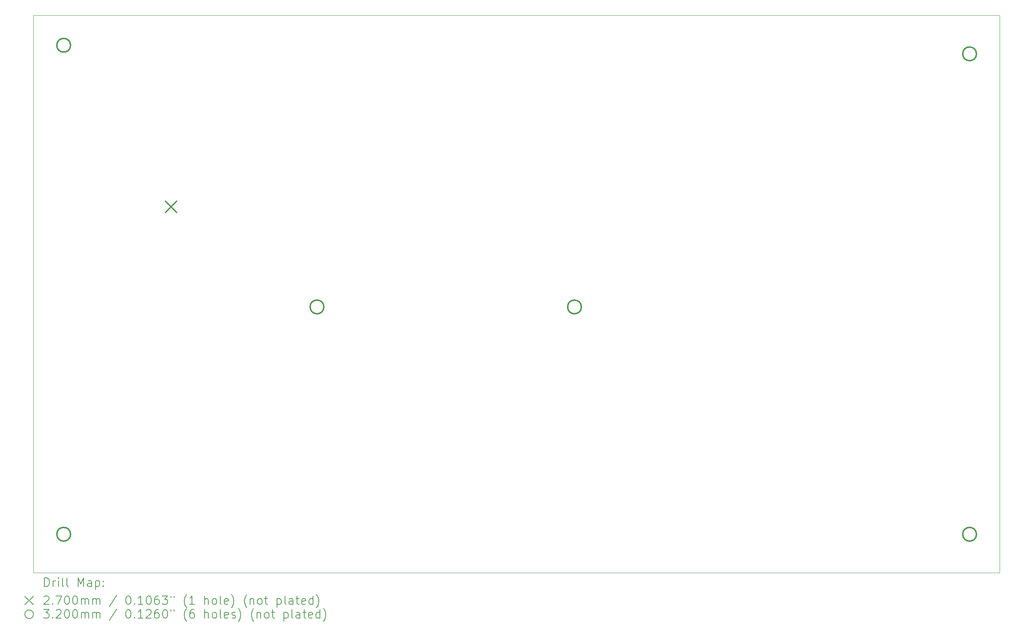
<source format=gbr>
%FSLAX45Y45*%
G04 Gerber Fmt 4.5, Leading zero omitted, Abs format (unit mm)*
G04 Created by KiCad (PCBNEW (6.0.6)) date 2023-08-29 14:34:49*
%MOMM*%
%LPD*%
G01*
G04 APERTURE LIST*
%TA.AperFunction,Profile*%
%ADD10C,0.100000*%
%TD*%
%ADD11C,0.200000*%
%ADD12C,0.270000*%
%ADD13C,0.320000*%
G04 APERTURE END LIST*
D10*
X1300000Y-15380000D02*
X23800000Y-15380000D01*
X23800000Y-2380000D02*
X23800000Y-15380000D01*
X23800000Y-2380000D02*
X1300000Y-2380000D01*
X1300000Y-2380000D02*
X1300000Y-15380000D01*
D11*
D12*
X4365000Y-6710000D02*
X4635000Y-6980000D01*
X4635000Y-6710000D02*
X4365000Y-6980000D01*
D13*
X2160000Y-3080000D02*
G75*
G03*
X2160000Y-3080000I-160000J0D01*
G01*
X2160000Y-14480000D02*
G75*
G03*
X2160000Y-14480000I-160000J0D01*
G01*
X8060000Y-9180000D02*
G75*
G03*
X8060000Y-9180000I-160000J0D01*
G01*
X14057500Y-9180000D02*
G75*
G03*
X14057500Y-9180000I-160000J0D01*
G01*
X23260000Y-3280000D02*
G75*
G03*
X23260000Y-3280000I-160000J0D01*
G01*
X23260000Y-14480000D02*
G75*
G03*
X23260000Y-14480000I-160000J0D01*
G01*
D11*
X1552619Y-15695476D02*
X1552619Y-15495476D01*
X1600238Y-15495476D01*
X1628809Y-15505000D01*
X1647857Y-15524048D01*
X1657381Y-15543095D01*
X1666905Y-15581190D01*
X1666905Y-15609762D01*
X1657381Y-15647857D01*
X1647857Y-15666905D01*
X1628809Y-15685952D01*
X1600238Y-15695476D01*
X1552619Y-15695476D01*
X1752619Y-15695476D02*
X1752619Y-15562143D01*
X1752619Y-15600238D02*
X1762143Y-15581190D01*
X1771667Y-15571667D01*
X1790714Y-15562143D01*
X1809762Y-15562143D01*
X1876428Y-15695476D02*
X1876428Y-15562143D01*
X1876428Y-15495476D02*
X1866905Y-15505000D01*
X1876428Y-15514524D01*
X1885952Y-15505000D01*
X1876428Y-15495476D01*
X1876428Y-15514524D01*
X2000238Y-15695476D02*
X1981190Y-15685952D01*
X1971667Y-15666905D01*
X1971667Y-15495476D01*
X2105000Y-15695476D02*
X2085952Y-15685952D01*
X2076428Y-15666905D01*
X2076428Y-15495476D01*
X2333571Y-15695476D02*
X2333571Y-15495476D01*
X2400238Y-15638333D01*
X2466905Y-15495476D01*
X2466905Y-15695476D01*
X2647857Y-15695476D02*
X2647857Y-15590714D01*
X2638333Y-15571667D01*
X2619286Y-15562143D01*
X2581190Y-15562143D01*
X2562143Y-15571667D01*
X2647857Y-15685952D02*
X2628810Y-15695476D01*
X2581190Y-15695476D01*
X2562143Y-15685952D01*
X2552619Y-15666905D01*
X2552619Y-15647857D01*
X2562143Y-15628809D01*
X2581190Y-15619286D01*
X2628810Y-15619286D01*
X2647857Y-15609762D01*
X2743095Y-15562143D02*
X2743095Y-15762143D01*
X2743095Y-15571667D02*
X2762143Y-15562143D01*
X2800238Y-15562143D01*
X2819286Y-15571667D01*
X2828809Y-15581190D01*
X2838333Y-15600238D01*
X2838333Y-15657381D01*
X2828809Y-15676428D01*
X2819286Y-15685952D01*
X2800238Y-15695476D01*
X2762143Y-15695476D01*
X2743095Y-15685952D01*
X2924048Y-15676428D02*
X2933571Y-15685952D01*
X2924048Y-15695476D01*
X2914524Y-15685952D01*
X2924048Y-15676428D01*
X2924048Y-15695476D01*
X2924048Y-15571667D02*
X2933571Y-15581190D01*
X2924048Y-15590714D01*
X2914524Y-15581190D01*
X2924048Y-15571667D01*
X2924048Y-15590714D01*
X1095000Y-15925000D02*
X1295000Y-16125000D01*
X1295000Y-15925000D02*
X1095000Y-16125000D01*
X1543095Y-15934524D02*
X1552619Y-15925000D01*
X1571667Y-15915476D01*
X1619286Y-15915476D01*
X1638333Y-15925000D01*
X1647857Y-15934524D01*
X1657381Y-15953571D01*
X1657381Y-15972619D01*
X1647857Y-16001190D01*
X1533571Y-16115476D01*
X1657381Y-16115476D01*
X1743095Y-16096428D02*
X1752619Y-16105952D01*
X1743095Y-16115476D01*
X1733571Y-16105952D01*
X1743095Y-16096428D01*
X1743095Y-16115476D01*
X1819286Y-15915476D02*
X1952619Y-15915476D01*
X1866905Y-16115476D01*
X2066905Y-15915476D02*
X2085952Y-15915476D01*
X2105000Y-15925000D01*
X2114524Y-15934524D01*
X2124048Y-15953571D01*
X2133571Y-15991667D01*
X2133571Y-16039286D01*
X2124048Y-16077381D01*
X2114524Y-16096428D01*
X2105000Y-16105952D01*
X2085952Y-16115476D01*
X2066905Y-16115476D01*
X2047857Y-16105952D01*
X2038333Y-16096428D01*
X2028809Y-16077381D01*
X2019286Y-16039286D01*
X2019286Y-15991667D01*
X2028809Y-15953571D01*
X2038333Y-15934524D01*
X2047857Y-15925000D01*
X2066905Y-15915476D01*
X2257381Y-15915476D02*
X2276429Y-15915476D01*
X2295476Y-15925000D01*
X2305000Y-15934524D01*
X2314524Y-15953571D01*
X2324048Y-15991667D01*
X2324048Y-16039286D01*
X2314524Y-16077381D01*
X2305000Y-16096428D01*
X2295476Y-16105952D01*
X2276429Y-16115476D01*
X2257381Y-16115476D01*
X2238333Y-16105952D01*
X2228810Y-16096428D01*
X2219286Y-16077381D01*
X2209762Y-16039286D01*
X2209762Y-15991667D01*
X2219286Y-15953571D01*
X2228810Y-15934524D01*
X2238333Y-15925000D01*
X2257381Y-15915476D01*
X2409762Y-16115476D02*
X2409762Y-15982143D01*
X2409762Y-16001190D02*
X2419286Y-15991667D01*
X2438333Y-15982143D01*
X2466905Y-15982143D01*
X2485952Y-15991667D01*
X2495476Y-16010714D01*
X2495476Y-16115476D01*
X2495476Y-16010714D02*
X2505000Y-15991667D01*
X2524048Y-15982143D01*
X2552619Y-15982143D01*
X2571667Y-15991667D01*
X2581190Y-16010714D01*
X2581190Y-16115476D01*
X2676429Y-16115476D02*
X2676429Y-15982143D01*
X2676429Y-16001190D02*
X2685952Y-15991667D01*
X2705000Y-15982143D01*
X2733571Y-15982143D01*
X2752619Y-15991667D01*
X2762143Y-16010714D01*
X2762143Y-16115476D01*
X2762143Y-16010714D02*
X2771667Y-15991667D01*
X2790714Y-15982143D01*
X2819286Y-15982143D01*
X2838333Y-15991667D01*
X2847857Y-16010714D01*
X2847857Y-16115476D01*
X3238333Y-15905952D02*
X3066905Y-16163095D01*
X3495476Y-15915476D02*
X3514524Y-15915476D01*
X3533571Y-15925000D01*
X3543095Y-15934524D01*
X3552619Y-15953571D01*
X3562143Y-15991667D01*
X3562143Y-16039286D01*
X3552619Y-16077381D01*
X3543095Y-16096428D01*
X3533571Y-16105952D01*
X3514524Y-16115476D01*
X3495476Y-16115476D01*
X3476428Y-16105952D01*
X3466905Y-16096428D01*
X3457381Y-16077381D01*
X3447857Y-16039286D01*
X3447857Y-15991667D01*
X3457381Y-15953571D01*
X3466905Y-15934524D01*
X3476428Y-15925000D01*
X3495476Y-15915476D01*
X3647857Y-16096428D02*
X3657381Y-16105952D01*
X3647857Y-16115476D01*
X3638333Y-16105952D01*
X3647857Y-16096428D01*
X3647857Y-16115476D01*
X3847857Y-16115476D02*
X3733571Y-16115476D01*
X3790714Y-16115476D02*
X3790714Y-15915476D01*
X3771667Y-15944048D01*
X3752619Y-15963095D01*
X3733571Y-15972619D01*
X3971667Y-15915476D02*
X3990714Y-15915476D01*
X4009762Y-15925000D01*
X4019286Y-15934524D01*
X4028809Y-15953571D01*
X4038333Y-15991667D01*
X4038333Y-16039286D01*
X4028809Y-16077381D01*
X4019286Y-16096428D01*
X4009762Y-16105952D01*
X3990714Y-16115476D01*
X3971667Y-16115476D01*
X3952619Y-16105952D01*
X3943095Y-16096428D01*
X3933571Y-16077381D01*
X3924048Y-16039286D01*
X3924048Y-15991667D01*
X3933571Y-15953571D01*
X3943095Y-15934524D01*
X3952619Y-15925000D01*
X3971667Y-15915476D01*
X4209762Y-15915476D02*
X4171667Y-15915476D01*
X4152619Y-15925000D01*
X4143095Y-15934524D01*
X4124048Y-15963095D01*
X4114524Y-16001190D01*
X4114524Y-16077381D01*
X4124048Y-16096428D01*
X4133571Y-16105952D01*
X4152619Y-16115476D01*
X4190714Y-16115476D01*
X4209762Y-16105952D01*
X4219286Y-16096428D01*
X4228810Y-16077381D01*
X4228810Y-16029762D01*
X4219286Y-16010714D01*
X4209762Y-16001190D01*
X4190714Y-15991667D01*
X4152619Y-15991667D01*
X4133571Y-16001190D01*
X4124048Y-16010714D01*
X4114524Y-16029762D01*
X4295476Y-15915476D02*
X4419286Y-15915476D01*
X4352619Y-15991667D01*
X4381190Y-15991667D01*
X4400238Y-16001190D01*
X4409762Y-16010714D01*
X4419286Y-16029762D01*
X4419286Y-16077381D01*
X4409762Y-16096428D01*
X4400238Y-16105952D01*
X4381190Y-16115476D01*
X4324048Y-16115476D01*
X4305000Y-16105952D01*
X4295476Y-16096428D01*
X4495476Y-15915476D02*
X4495476Y-15953571D01*
X4571667Y-15915476D02*
X4571667Y-15953571D01*
X4866905Y-16191667D02*
X4857381Y-16182143D01*
X4838333Y-16153571D01*
X4828810Y-16134524D01*
X4819286Y-16105952D01*
X4809762Y-16058333D01*
X4809762Y-16020238D01*
X4819286Y-15972619D01*
X4828810Y-15944048D01*
X4838333Y-15925000D01*
X4857381Y-15896428D01*
X4866905Y-15886905D01*
X5047857Y-16115476D02*
X4933571Y-16115476D01*
X4990714Y-16115476D02*
X4990714Y-15915476D01*
X4971667Y-15944048D01*
X4952619Y-15963095D01*
X4933571Y-15972619D01*
X5285952Y-16115476D02*
X5285952Y-15915476D01*
X5371667Y-16115476D02*
X5371667Y-16010714D01*
X5362143Y-15991667D01*
X5343095Y-15982143D01*
X5314524Y-15982143D01*
X5295476Y-15991667D01*
X5285952Y-16001190D01*
X5495476Y-16115476D02*
X5476429Y-16105952D01*
X5466905Y-16096428D01*
X5457381Y-16077381D01*
X5457381Y-16020238D01*
X5466905Y-16001190D01*
X5476429Y-15991667D01*
X5495476Y-15982143D01*
X5524048Y-15982143D01*
X5543095Y-15991667D01*
X5552619Y-16001190D01*
X5562143Y-16020238D01*
X5562143Y-16077381D01*
X5552619Y-16096428D01*
X5543095Y-16105952D01*
X5524048Y-16115476D01*
X5495476Y-16115476D01*
X5676428Y-16115476D02*
X5657381Y-16105952D01*
X5647857Y-16086905D01*
X5647857Y-15915476D01*
X5828809Y-16105952D02*
X5809762Y-16115476D01*
X5771667Y-16115476D01*
X5752619Y-16105952D01*
X5743095Y-16086905D01*
X5743095Y-16010714D01*
X5752619Y-15991667D01*
X5771667Y-15982143D01*
X5809762Y-15982143D01*
X5828809Y-15991667D01*
X5838333Y-16010714D01*
X5838333Y-16029762D01*
X5743095Y-16048809D01*
X5905000Y-16191667D02*
X5914524Y-16182143D01*
X5933571Y-16153571D01*
X5943095Y-16134524D01*
X5952619Y-16105952D01*
X5962143Y-16058333D01*
X5962143Y-16020238D01*
X5952619Y-15972619D01*
X5943095Y-15944048D01*
X5933571Y-15925000D01*
X5914524Y-15896428D01*
X5905000Y-15886905D01*
X6266905Y-16191667D02*
X6257381Y-16182143D01*
X6238333Y-16153571D01*
X6228809Y-16134524D01*
X6219286Y-16105952D01*
X6209762Y-16058333D01*
X6209762Y-16020238D01*
X6219286Y-15972619D01*
X6228809Y-15944048D01*
X6238333Y-15925000D01*
X6257381Y-15896428D01*
X6266905Y-15886905D01*
X6343095Y-15982143D02*
X6343095Y-16115476D01*
X6343095Y-16001190D02*
X6352619Y-15991667D01*
X6371667Y-15982143D01*
X6400238Y-15982143D01*
X6419286Y-15991667D01*
X6428809Y-16010714D01*
X6428809Y-16115476D01*
X6552619Y-16115476D02*
X6533571Y-16105952D01*
X6524048Y-16096428D01*
X6514524Y-16077381D01*
X6514524Y-16020238D01*
X6524048Y-16001190D01*
X6533571Y-15991667D01*
X6552619Y-15982143D01*
X6581190Y-15982143D01*
X6600238Y-15991667D01*
X6609762Y-16001190D01*
X6619286Y-16020238D01*
X6619286Y-16077381D01*
X6609762Y-16096428D01*
X6600238Y-16105952D01*
X6581190Y-16115476D01*
X6552619Y-16115476D01*
X6676428Y-15982143D02*
X6752619Y-15982143D01*
X6705000Y-15915476D02*
X6705000Y-16086905D01*
X6714524Y-16105952D01*
X6733571Y-16115476D01*
X6752619Y-16115476D01*
X6971667Y-15982143D02*
X6971667Y-16182143D01*
X6971667Y-15991667D02*
X6990714Y-15982143D01*
X7028809Y-15982143D01*
X7047857Y-15991667D01*
X7057381Y-16001190D01*
X7066905Y-16020238D01*
X7066905Y-16077381D01*
X7057381Y-16096428D01*
X7047857Y-16105952D01*
X7028809Y-16115476D01*
X6990714Y-16115476D01*
X6971667Y-16105952D01*
X7181190Y-16115476D02*
X7162143Y-16105952D01*
X7152619Y-16086905D01*
X7152619Y-15915476D01*
X7343095Y-16115476D02*
X7343095Y-16010714D01*
X7333571Y-15991667D01*
X7314524Y-15982143D01*
X7276428Y-15982143D01*
X7257381Y-15991667D01*
X7343095Y-16105952D02*
X7324048Y-16115476D01*
X7276428Y-16115476D01*
X7257381Y-16105952D01*
X7247857Y-16086905D01*
X7247857Y-16067857D01*
X7257381Y-16048809D01*
X7276428Y-16039286D01*
X7324048Y-16039286D01*
X7343095Y-16029762D01*
X7409762Y-15982143D02*
X7485952Y-15982143D01*
X7438333Y-15915476D02*
X7438333Y-16086905D01*
X7447857Y-16105952D01*
X7466905Y-16115476D01*
X7485952Y-16115476D01*
X7628809Y-16105952D02*
X7609762Y-16115476D01*
X7571667Y-16115476D01*
X7552619Y-16105952D01*
X7543095Y-16086905D01*
X7543095Y-16010714D01*
X7552619Y-15991667D01*
X7571667Y-15982143D01*
X7609762Y-15982143D01*
X7628809Y-15991667D01*
X7638333Y-16010714D01*
X7638333Y-16029762D01*
X7543095Y-16048809D01*
X7809762Y-16115476D02*
X7809762Y-15915476D01*
X7809762Y-16105952D02*
X7790714Y-16115476D01*
X7752619Y-16115476D01*
X7733571Y-16105952D01*
X7724048Y-16096428D01*
X7714524Y-16077381D01*
X7714524Y-16020238D01*
X7724048Y-16001190D01*
X7733571Y-15991667D01*
X7752619Y-15982143D01*
X7790714Y-15982143D01*
X7809762Y-15991667D01*
X7885952Y-16191667D02*
X7895476Y-16182143D01*
X7914524Y-16153571D01*
X7924048Y-16134524D01*
X7933571Y-16105952D01*
X7943095Y-16058333D01*
X7943095Y-16020238D01*
X7933571Y-15972619D01*
X7924048Y-15944048D01*
X7914524Y-15925000D01*
X7895476Y-15896428D01*
X7885952Y-15886905D01*
X1295000Y-16345000D02*
G75*
G03*
X1295000Y-16345000I-100000J0D01*
G01*
X1533571Y-16235476D02*
X1657381Y-16235476D01*
X1590714Y-16311667D01*
X1619286Y-16311667D01*
X1638333Y-16321190D01*
X1647857Y-16330714D01*
X1657381Y-16349762D01*
X1657381Y-16397381D01*
X1647857Y-16416428D01*
X1638333Y-16425952D01*
X1619286Y-16435476D01*
X1562143Y-16435476D01*
X1543095Y-16425952D01*
X1533571Y-16416428D01*
X1743095Y-16416428D02*
X1752619Y-16425952D01*
X1743095Y-16435476D01*
X1733571Y-16425952D01*
X1743095Y-16416428D01*
X1743095Y-16435476D01*
X1828809Y-16254524D02*
X1838333Y-16245000D01*
X1857381Y-16235476D01*
X1905000Y-16235476D01*
X1924048Y-16245000D01*
X1933571Y-16254524D01*
X1943095Y-16273571D01*
X1943095Y-16292619D01*
X1933571Y-16321190D01*
X1819286Y-16435476D01*
X1943095Y-16435476D01*
X2066905Y-16235476D02*
X2085952Y-16235476D01*
X2105000Y-16245000D01*
X2114524Y-16254524D01*
X2124048Y-16273571D01*
X2133571Y-16311667D01*
X2133571Y-16359286D01*
X2124048Y-16397381D01*
X2114524Y-16416428D01*
X2105000Y-16425952D01*
X2085952Y-16435476D01*
X2066905Y-16435476D01*
X2047857Y-16425952D01*
X2038333Y-16416428D01*
X2028809Y-16397381D01*
X2019286Y-16359286D01*
X2019286Y-16311667D01*
X2028809Y-16273571D01*
X2038333Y-16254524D01*
X2047857Y-16245000D01*
X2066905Y-16235476D01*
X2257381Y-16235476D02*
X2276429Y-16235476D01*
X2295476Y-16245000D01*
X2305000Y-16254524D01*
X2314524Y-16273571D01*
X2324048Y-16311667D01*
X2324048Y-16359286D01*
X2314524Y-16397381D01*
X2305000Y-16416428D01*
X2295476Y-16425952D01*
X2276429Y-16435476D01*
X2257381Y-16435476D01*
X2238333Y-16425952D01*
X2228810Y-16416428D01*
X2219286Y-16397381D01*
X2209762Y-16359286D01*
X2209762Y-16311667D01*
X2219286Y-16273571D01*
X2228810Y-16254524D01*
X2238333Y-16245000D01*
X2257381Y-16235476D01*
X2409762Y-16435476D02*
X2409762Y-16302143D01*
X2409762Y-16321190D02*
X2419286Y-16311667D01*
X2438333Y-16302143D01*
X2466905Y-16302143D01*
X2485952Y-16311667D01*
X2495476Y-16330714D01*
X2495476Y-16435476D01*
X2495476Y-16330714D02*
X2505000Y-16311667D01*
X2524048Y-16302143D01*
X2552619Y-16302143D01*
X2571667Y-16311667D01*
X2581190Y-16330714D01*
X2581190Y-16435476D01*
X2676429Y-16435476D02*
X2676429Y-16302143D01*
X2676429Y-16321190D02*
X2685952Y-16311667D01*
X2705000Y-16302143D01*
X2733571Y-16302143D01*
X2752619Y-16311667D01*
X2762143Y-16330714D01*
X2762143Y-16435476D01*
X2762143Y-16330714D02*
X2771667Y-16311667D01*
X2790714Y-16302143D01*
X2819286Y-16302143D01*
X2838333Y-16311667D01*
X2847857Y-16330714D01*
X2847857Y-16435476D01*
X3238333Y-16225952D02*
X3066905Y-16483095D01*
X3495476Y-16235476D02*
X3514524Y-16235476D01*
X3533571Y-16245000D01*
X3543095Y-16254524D01*
X3552619Y-16273571D01*
X3562143Y-16311667D01*
X3562143Y-16359286D01*
X3552619Y-16397381D01*
X3543095Y-16416428D01*
X3533571Y-16425952D01*
X3514524Y-16435476D01*
X3495476Y-16435476D01*
X3476428Y-16425952D01*
X3466905Y-16416428D01*
X3457381Y-16397381D01*
X3447857Y-16359286D01*
X3447857Y-16311667D01*
X3457381Y-16273571D01*
X3466905Y-16254524D01*
X3476428Y-16245000D01*
X3495476Y-16235476D01*
X3647857Y-16416428D02*
X3657381Y-16425952D01*
X3647857Y-16435476D01*
X3638333Y-16425952D01*
X3647857Y-16416428D01*
X3647857Y-16435476D01*
X3847857Y-16435476D02*
X3733571Y-16435476D01*
X3790714Y-16435476D02*
X3790714Y-16235476D01*
X3771667Y-16264048D01*
X3752619Y-16283095D01*
X3733571Y-16292619D01*
X3924048Y-16254524D02*
X3933571Y-16245000D01*
X3952619Y-16235476D01*
X4000238Y-16235476D01*
X4019286Y-16245000D01*
X4028809Y-16254524D01*
X4038333Y-16273571D01*
X4038333Y-16292619D01*
X4028809Y-16321190D01*
X3914524Y-16435476D01*
X4038333Y-16435476D01*
X4209762Y-16235476D02*
X4171667Y-16235476D01*
X4152619Y-16245000D01*
X4143095Y-16254524D01*
X4124048Y-16283095D01*
X4114524Y-16321190D01*
X4114524Y-16397381D01*
X4124048Y-16416428D01*
X4133571Y-16425952D01*
X4152619Y-16435476D01*
X4190714Y-16435476D01*
X4209762Y-16425952D01*
X4219286Y-16416428D01*
X4228810Y-16397381D01*
X4228810Y-16349762D01*
X4219286Y-16330714D01*
X4209762Y-16321190D01*
X4190714Y-16311667D01*
X4152619Y-16311667D01*
X4133571Y-16321190D01*
X4124048Y-16330714D01*
X4114524Y-16349762D01*
X4352619Y-16235476D02*
X4371667Y-16235476D01*
X4390714Y-16245000D01*
X4400238Y-16254524D01*
X4409762Y-16273571D01*
X4419286Y-16311667D01*
X4419286Y-16359286D01*
X4409762Y-16397381D01*
X4400238Y-16416428D01*
X4390714Y-16425952D01*
X4371667Y-16435476D01*
X4352619Y-16435476D01*
X4333571Y-16425952D01*
X4324048Y-16416428D01*
X4314524Y-16397381D01*
X4305000Y-16359286D01*
X4305000Y-16311667D01*
X4314524Y-16273571D01*
X4324048Y-16254524D01*
X4333571Y-16245000D01*
X4352619Y-16235476D01*
X4495476Y-16235476D02*
X4495476Y-16273571D01*
X4571667Y-16235476D02*
X4571667Y-16273571D01*
X4866905Y-16511667D02*
X4857381Y-16502143D01*
X4838333Y-16473571D01*
X4828810Y-16454524D01*
X4819286Y-16425952D01*
X4809762Y-16378333D01*
X4809762Y-16340238D01*
X4819286Y-16292619D01*
X4828810Y-16264048D01*
X4838333Y-16245000D01*
X4857381Y-16216428D01*
X4866905Y-16206905D01*
X5028810Y-16235476D02*
X4990714Y-16235476D01*
X4971667Y-16245000D01*
X4962143Y-16254524D01*
X4943095Y-16283095D01*
X4933571Y-16321190D01*
X4933571Y-16397381D01*
X4943095Y-16416428D01*
X4952619Y-16425952D01*
X4971667Y-16435476D01*
X5009762Y-16435476D01*
X5028810Y-16425952D01*
X5038333Y-16416428D01*
X5047857Y-16397381D01*
X5047857Y-16349762D01*
X5038333Y-16330714D01*
X5028810Y-16321190D01*
X5009762Y-16311667D01*
X4971667Y-16311667D01*
X4952619Y-16321190D01*
X4943095Y-16330714D01*
X4933571Y-16349762D01*
X5285952Y-16435476D02*
X5285952Y-16235476D01*
X5371667Y-16435476D02*
X5371667Y-16330714D01*
X5362143Y-16311667D01*
X5343095Y-16302143D01*
X5314524Y-16302143D01*
X5295476Y-16311667D01*
X5285952Y-16321190D01*
X5495476Y-16435476D02*
X5476429Y-16425952D01*
X5466905Y-16416428D01*
X5457381Y-16397381D01*
X5457381Y-16340238D01*
X5466905Y-16321190D01*
X5476429Y-16311667D01*
X5495476Y-16302143D01*
X5524048Y-16302143D01*
X5543095Y-16311667D01*
X5552619Y-16321190D01*
X5562143Y-16340238D01*
X5562143Y-16397381D01*
X5552619Y-16416428D01*
X5543095Y-16425952D01*
X5524048Y-16435476D01*
X5495476Y-16435476D01*
X5676428Y-16435476D02*
X5657381Y-16425952D01*
X5647857Y-16406905D01*
X5647857Y-16235476D01*
X5828809Y-16425952D02*
X5809762Y-16435476D01*
X5771667Y-16435476D01*
X5752619Y-16425952D01*
X5743095Y-16406905D01*
X5743095Y-16330714D01*
X5752619Y-16311667D01*
X5771667Y-16302143D01*
X5809762Y-16302143D01*
X5828809Y-16311667D01*
X5838333Y-16330714D01*
X5838333Y-16349762D01*
X5743095Y-16368809D01*
X5914524Y-16425952D02*
X5933571Y-16435476D01*
X5971667Y-16435476D01*
X5990714Y-16425952D01*
X6000238Y-16406905D01*
X6000238Y-16397381D01*
X5990714Y-16378333D01*
X5971667Y-16368809D01*
X5943095Y-16368809D01*
X5924048Y-16359286D01*
X5914524Y-16340238D01*
X5914524Y-16330714D01*
X5924048Y-16311667D01*
X5943095Y-16302143D01*
X5971667Y-16302143D01*
X5990714Y-16311667D01*
X6066905Y-16511667D02*
X6076428Y-16502143D01*
X6095476Y-16473571D01*
X6105000Y-16454524D01*
X6114524Y-16425952D01*
X6124048Y-16378333D01*
X6124048Y-16340238D01*
X6114524Y-16292619D01*
X6105000Y-16264048D01*
X6095476Y-16245000D01*
X6076428Y-16216428D01*
X6066905Y-16206905D01*
X6428809Y-16511667D02*
X6419286Y-16502143D01*
X6400238Y-16473571D01*
X6390714Y-16454524D01*
X6381190Y-16425952D01*
X6371667Y-16378333D01*
X6371667Y-16340238D01*
X6381190Y-16292619D01*
X6390714Y-16264048D01*
X6400238Y-16245000D01*
X6419286Y-16216428D01*
X6428809Y-16206905D01*
X6505000Y-16302143D02*
X6505000Y-16435476D01*
X6505000Y-16321190D02*
X6514524Y-16311667D01*
X6533571Y-16302143D01*
X6562143Y-16302143D01*
X6581190Y-16311667D01*
X6590714Y-16330714D01*
X6590714Y-16435476D01*
X6714524Y-16435476D02*
X6695476Y-16425952D01*
X6685952Y-16416428D01*
X6676428Y-16397381D01*
X6676428Y-16340238D01*
X6685952Y-16321190D01*
X6695476Y-16311667D01*
X6714524Y-16302143D01*
X6743095Y-16302143D01*
X6762143Y-16311667D01*
X6771667Y-16321190D01*
X6781190Y-16340238D01*
X6781190Y-16397381D01*
X6771667Y-16416428D01*
X6762143Y-16425952D01*
X6743095Y-16435476D01*
X6714524Y-16435476D01*
X6838333Y-16302143D02*
X6914524Y-16302143D01*
X6866905Y-16235476D02*
X6866905Y-16406905D01*
X6876428Y-16425952D01*
X6895476Y-16435476D01*
X6914524Y-16435476D01*
X7133571Y-16302143D02*
X7133571Y-16502143D01*
X7133571Y-16311667D02*
X7152619Y-16302143D01*
X7190714Y-16302143D01*
X7209762Y-16311667D01*
X7219286Y-16321190D01*
X7228809Y-16340238D01*
X7228809Y-16397381D01*
X7219286Y-16416428D01*
X7209762Y-16425952D01*
X7190714Y-16435476D01*
X7152619Y-16435476D01*
X7133571Y-16425952D01*
X7343095Y-16435476D02*
X7324048Y-16425952D01*
X7314524Y-16406905D01*
X7314524Y-16235476D01*
X7505000Y-16435476D02*
X7505000Y-16330714D01*
X7495476Y-16311667D01*
X7476428Y-16302143D01*
X7438333Y-16302143D01*
X7419286Y-16311667D01*
X7505000Y-16425952D02*
X7485952Y-16435476D01*
X7438333Y-16435476D01*
X7419286Y-16425952D01*
X7409762Y-16406905D01*
X7409762Y-16387857D01*
X7419286Y-16368809D01*
X7438333Y-16359286D01*
X7485952Y-16359286D01*
X7505000Y-16349762D01*
X7571667Y-16302143D02*
X7647857Y-16302143D01*
X7600238Y-16235476D02*
X7600238Y-16406905D01*
X7609762Y-16425952D01*
X7628809Y-16435476D01*
X7647857Y-16435476D01*
X7790714Y-16425952D02*
X7771667Y-16435476D01*
X7733571Y-16435476D01*
X7714524Y-16425952D01*
X7705000Y-16406905D01*
X7705000Y-16330714D01*
X7714524Y-16311667D01*
X7733571Y-16302143D01*
X7771667Y-16302143D01*
X7790714Y-16311667D01*
X7800238Y-16330714D01*
X7800238Y-16349762D01*
X7705000Y-16368809D01*
X7971667Y-16435476D02*
X7971667Y-16235476D01*
X7971667Y-16425952D02*
X7952619Y-16435476D01*
X7914524Y-16435476D01*
X7895476Y-16425952D01*
X7885952Y-16416428D01*
X7876428Y-16397381D01*
X7876428Y-16340238D01*
X7885952Y-16321190D01*
X7895476Y-16311667D01*
X7914524Y-16302143D01*
X7952619Y-16302143D01*
X7971667Y-16311667D01*
X8047857Y-16511667D02*
X8057381Y-16502143D01*
X8076428Y-16473571D01*
X8085952Y-16454524D01*
X8095476Y-16425952D01*
X8105000Y-16378333D01*
X8105000Y-16340238D01*
X8095476Y-16292619D01*
X8085952Y-16264048D01*
X8076428Y-16245000D01*
X8057381Y-16216428D01*
X8047857Y-16206905D01*
M02*

</source>
